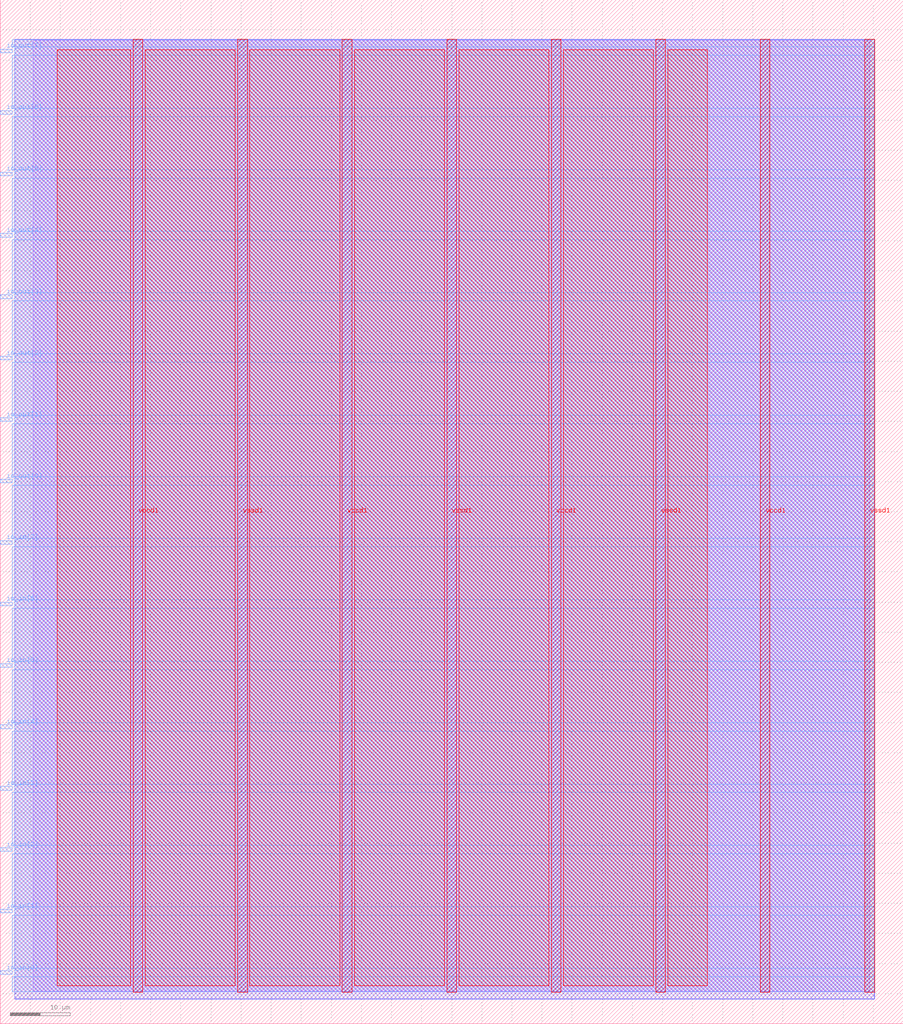
<source format=lef>
VERSION 5.7 ;
  NOWIREEXTENSIONATPIN ON ;
  DIVIDERCHAR "/" ;
  BUSBITCHARS "[]" ;
MACRO htfab_microtapeout
  CLASS BLOCK ;
  FOREIGN htfab_microtapeout ;
  ORIGIN 0.000 0.000 ;
  SIZE 150.000 BY 170.000 ;
  PIN io_in[0]
    DIRECTION INPUT ;
    USE SIGNAL ;
    PORT
      LAYER met3 ;
        RECT 0.000 8.200 2.000 8.800 ;
    END
  END io_in[0]
  PIN io_in[1]
    DIRECTION INPUT ;
    USE SIGNAL ;
    PORT
      LAYER met3 ;
        RECT 0.000 18.400 2.000 19.000 ;
    END
  END io_in[1]
  PIN io_in[2]
    DIRECTION INPUT ;
    USE SIGNAL ;
    PORT
      LAYER met3 ;
        RECT 0.000 28.600 2.000 29.200 ;
    END
  END io_in[2]
  PIN io_in[3]
    DIRECTION INPUT ;
    USE SIGNAL ;
    PORT
      LAYER met3 ;
        RECT 0.000 38.800 2.000 39.400 ;
    END
  END io_in[3]
  PIN io_in[4]
    DIRECTION INPUT ;
    USE SIGNAL ;
    PORT
      LAYER met3 ;
        RECT 0.000 49.000 2.000 49.600 ;
    END
  END io_in[4]
  PIN io_in[5]
    DIRECTION INPUT ;
    USE SIGNAL ;
    PORT
      LAYER met3 ;
        RECT 0.000 59.200 2.000 59.800 ;
    END
  END io_in[5]
  PIN io_in[6]
    DIRECTION INPUT ;
    USE SIGNAL ;
    PORT
      LAYER met3 ;
        RECT 0.000 69.400 2.000 70.000 ;
    END
  END io_in[6]
  PIN io_in[7]
    DIRECTION INPUT ;
    USE SIGNAL ;
    PORT
      LAYER met3 ;
        RECT 0.000 79.600 2.000 80.200 ;
    END
  END io_in[7]
  PIN io_out[0]
    DIRECTION OUTPUT TRISTATE ;
    USE SIGNAL ;
    PORT
      LAYER met3 ;
        RECT 0.000 89.800 2.000 90.400 ;
    END
  END io_out[0]
  PIN io_out[1]
    DIRECTION OUTPUT TRISTATE ;
    USE SIGNAL ;
    PORT
      LAYER met3 ;
        RECT 0.000 100.000 2.000 100.600 ;
    END
  END io_out[1]
  PIN io_out[2]
    DIRECTION OUTPUT TRISTATE ;
    USE SIGNAL ;
    PORT
      LAYER met3 ;
        RECT 0.000 110.200 2.000 110.800 ;
    END
  END io_out[2]
  PIN io_out[3]
    DIRECTION OUTPUT TRISTATE ;
    USE SIGNAL ;
    PORT
      LAYER met3 ;
        RECT 0.000 120.400 2.000 121.000 ;
    END
  END io_out[3]
  PIN io_out[4]
    DIRECTION OUTPUT TRISTATE ;
    USE SIGNAL ;
    PORT
      LAYER met3 ;
        RECT 0.000 130.600 2.000 131.200 ;
    END
  END io_out[4]
  PIN io_out[5]
    DIRECTION OUTPUT TRISTATE ;
    USE SIGNAL ;
    PORT
      LAYER met3 ;
        RECT 0.000 140.800 2.000 141.400 ;
    END
  END io_out[5]
  PIN io_out[6]
    DIRECTION OUTPUT TRISTATE ;
    USE SIGNAL ;
    PORT
      LAYER met3 ;
        RECT 0.000 151.000 2.000 151.600 ;
    END
  END io_out[6]
  PIN io_out[7]
    DIRECTION OUTPUT TRISTATE ;
    USE SIGNAL ;
    PORT
      LAYER met3 ;
        RECT 0.000 161.200 2.000 161.800 ;
    END
  END io_out[7]
  PIN vccd1
    DIRECTION INOUT ;
    USE POWER ;
    PORT
      LAYER met4 ;
        RECT 22.085 5.200 23.685 163.440 ;
    END
    PORT
      LAYER met4 ;
        RECT 56.815 5.200 58.415 163.440 ;
    END
    PORT
      LAYER met4 ;
        RECT 91.545 5.200 93.145 163.440 ;
    END
    PORT
      LAYER met4 ;
        RECT 126.275 5.200 127.875 163.440 ;
    END
  END vccd1
  PIN vssd1
    DIRECTION INOUT ;
    USE GROUND ;
    PORT
      LAYER met4 ;
        RECT 39.450 5.200 41.050 163.440 ;
    END
    PORT
      LAYER met4 ;
        RECT 74.180 5.200 75.780 163.440 ;
    END
    PORT
      LAYER met4 ;
        RECT 108.910 5.200 110.510 163.440 ;
    END
    PORT
      LAYER met4 ;
        RECT 143.640 5.200 145.240 163.440 ;
    END
  END vssd1
  OBS
      LAYER li1 ;
        RECT 5.520 5.355 144.440 163.285 ;
      LAYER met1 ;
        RECT 2.370 4.120 145.240 163.440 ;
      LAYER met2 ;
        RECT 2.390 4.090 145.210 163.385 ;
      LAYER met3 ;
        RECT 2.000 162.200 145.230 163.365 ;
        RECT 2.400 160.800 145.230 162.200 ;
        RECT 2.000 152.000 145.230 160.800 ;
        RECT 2.400 150.600 145.230 152.000 ;
        RECT 2.000 141.800 145.230 150.600 ;
        RECT 2.400 140.400 145.230 141.800 ;
        RECT 2.000 131.600 145.230 140.400 ;
        RECT 2.400 130.200 145.230 131.600 ;
        RECT 2.000 121.400 145.230 130.200 ;
        RECT 2.400 120.000 145.230 121.400 ;
        RECT 2.000 111.200 145.230 120.000 ;
        RECT 2.400 109.800 145.230 111.200 ;
        RECT 2.000 101.000 145.230 109.800 ;
        RECT 2.400 99.600 145.230 101.000 ;
        RECT 2.000 90.800 145.230 99.600 ;
        RECT 2.400 89.400 145.230 90.800 ;
        RECT 2.000 80.600 145.230 89.400 ;
        RECT 2.400 79.200 145.230 80.600 ;
        RECT 2.000 70.400 145.230 79.200 ;
        RECT 2.400 69.000 145.230 70.400 ;
        RECT 2.000 60.200 145.230 69.000 ;
        RECT 2.400 58.800 145.230 60.200 ;
        RECT 2.000 50.000 145.230 58.800 ;
        RECT 2.400 48.600 145.230 50.000 ;
        RECT 2.000 39.800 145.230 48.600 ;
        RECT 2.400 38.400 145.230 39.800 ;
        RECT 2.000 29.600 145.230 38.400 ;
        RECT 2.400 28.200 145.230 29.600 ;
        RECT 2.000 19.400 145.230 28.200 ;
        RECT 2.400 18.000 145.230 19.400 ;
        RECT 2.000 9.200 145.230 18.000 ;
        RECT 2.400 7.800 145.230 9.200 ;
        RECT 2.000 5.275 145.230 7.800 ;
      LAYER met4 ;
        RECT 9.495 6.295 21.685 161.665 ;
        RECT 24.085 6.295 39.050 161.665 ;
        RECT 41.450 6.295 56.415 161.665 ;
        RECT 58.815 6.295 73.780 161.665 ;
        RECT 76.180 6.295 91.145 161.665 ;
        RECT 93.545 6.295 108.510 161.665 ;
        RECT 110.910 6.295 117.465 161.665 ;
  END
END htfab_microtapeout
END LIBRARY


</source>
